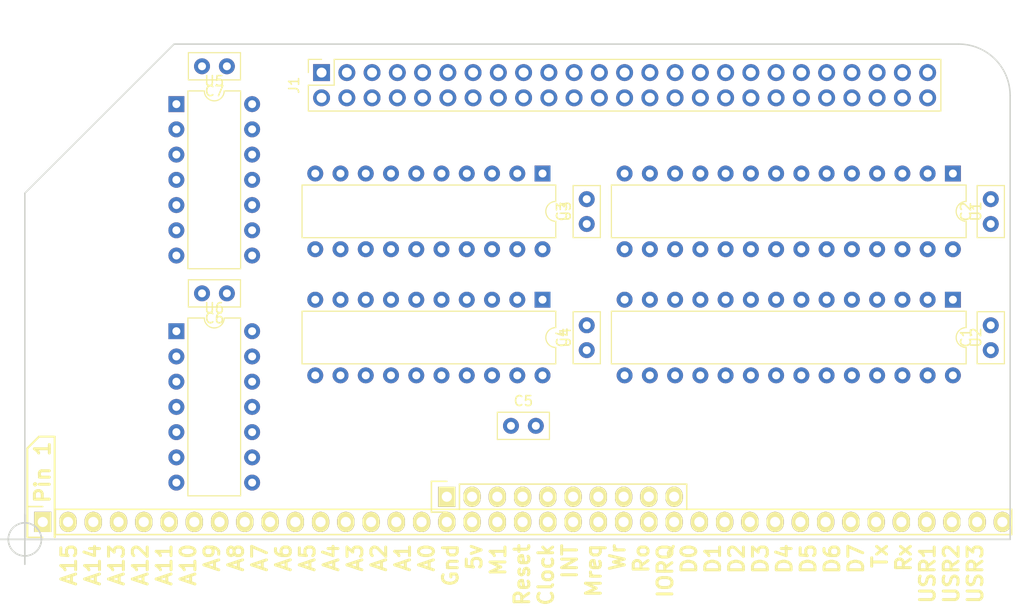
<source format=kicad_pcb>
(kicad_pcb (version 20171130) (host pcbnew 5.1.12-84ad8e8a86~92~ubuntu20.04.1)

  (general
    (thickness 1.6)
    (drawings 16)
    (tracks 0)
    (zones 0)
    (modules 16)
    (nets 57)
  )

  (page A4)
  (layers
    (0 F.Cu signal)
    (31 B.Cu signal)
    (32 B.Adhes user)
    (33 F.Adhes user)
    (34 B.Paste user)
    (35 F.Paste user)
    (36 B.SilkS user)
    (37 F.SilkS user)
    (38 B.Mask user)
    (39 F.Mask user)
    (40 Dwgs.User user)
    (41 Cmts.User user)
    (42 Eco1.User user)
    (43 Eco2.User user)
    (44 Edge.Cuts user)
    (45 Margin user)
    (46 B.CrtYd user)
    (47 F.CrtYd user)
    (48 B.Fab user)
    (49 F.Fab user)
  )

  (setup
    (last_trace_width 0.25)
    (trace_clearance 0.2)
    (zone_clearance 0.508)
    (zone_45_only no)
    (trace_min 0.2)
    (via_size 0.8)
    (via_drill 0.4)
    (via_min_size 0.4)
    (via_min_drill 0.3)
    (uvia_size 0.3)
    (uvia_drill 0.1)
    (uvias_allowed no)
    (uvia_min_size 0.2)
    (uvia_min_drill 0.1)
    (edge_width 0.1)
    (segment_width 0.2)
    (pcb_text_width 0.3)
    (pcb_text_size 1.5 1.5)
    (mod_edge_width 0.15)
    (mod_text_size 1 1)
    (mod_text_width 0.15)
    (pad_size 1.524 1.524)
    (pad_drill 0.762)
    (pad_to_mask_clearance 0)
    (aux_axis_origin 0 0)
    (visible_elements FFFFFF7F)
    (pcbplotparams
      (layerselection 0x010fc_ffffffff)
      (usegerberextensions false)
      (usegerberattributes true)
      (usegerberadvancedattributes true)
      (creategerberjobfile true)
      (excludeedgelayer true)
      (linewidth 0.100000)
      (plotframeref false)
      (viasonmask false)
      (mode 1)
      (useauxorigin false)
      (hpglpennumber 1)
      (hpglpenspeed 20)
      (hpglpendiameter 15.000000)
      (psnegative false)
      (psa4output false)
      (plotreference true)
      (plotvalue true)
      (plotinvisibletext false)
      (padsonsilk false)
      (subtractmaskfromsilk false)
      (outputformat 1)
      (mirror false)
      (drillshape 1)
      (scaleselection 1)
      (outputdirectory ""))
  )

  (net 0 "")
  (net 1 VCC)
  (net 2 GND)
  (net 3 /~PIX-CLK)
  (net 4 /~BLANK)
  (net 5 /~VSR-LD)
  (net 6 "Net-(J1-Pad6)")
  (net 7 /VIDEO)
  (net 8 /MA0)
  (net 9 /AD0)
  (net 10 /MA1)
  (net 11 /AD1)
  (net 12 /MA2)
  (net 13 /AD2)
  (net 14 /MA3)
  (net 15 /AD3)
  (net 16 /MA4)
  (net 17 /AD4)
  (net 18 /MA5)
  (net 19 /AD5)
  (net 20 /MA6)
  (net 21 /AD6)
  (net 22 /MA7)
  (net 23 /AD7)
  (net 24 /MA8)
  (net 25 /AD8)
  (net 26 /MA9)
  (net 27 /AD9)
  (net 28 /MA10)
  (net 29 /AD10)
  (net 30 /MA11)
  (net 31 /AD11)
  (net 32 /MA12)
  (net 33 /AD12)
  (net 34 /MA13)
  (net 35 /AD13)
  (net 36 /MA14)
  (net 37 /AD14)
  (net 38 /MA15)
  (net 39 /AD15)
  (net 40 /Q2)
  (net 41 /~WE)
  (net 42 "Net-(U3-Pad1)")
  (net 43 "Net-(U3-Pad11)")
  (net 44 /PIX-CLK)
  (net 45 "Net-(U3-Pad17)")
  (net 46 /SER-PIX)
  (net 47 "Net-(U3-Pad18)")
  (net 48 "Net-(U4-Pad18)")
  (net 49 "Net-(U4-Pad17)")
  (net 50 "Net-(U4-Pad11)")
  (net 51 "Net-(U5-Pad4)")
  (net 52 "Net-(U5-Pad3)")
  (net 53 "Net-(U6-Pad8)")
  (net 54 "Net-(U6-Pad9)")
  (net 55 "Net-(U6-Pad5)")
  (net 56 "Net-(U6-Pad12)")

  (net_class Default "This is the default net class."
    (clearance 0.2)
    (trace_width 0.25)
    (via_dia 0.8)
    (via_drill 0.4)
    (uvia_dia 0.3)
    (uvia_drill 0.1)
    (add_net /AD0)
    (add_net /AD1)
    (add_net /AD10)
    (add_net /AD11)
    (add_net /AD12)
    (add_net /AD13)
    (add_net /AD14)
    (add_net /AD15)
    (add_net /AD2)
    (add_net /AD3)
    (add_net /AD4)
    (add_net /AD5)
    (add_net /AD6)
    (add_net /AD7)
    (add_net /AD8)
    (add_net /AD9)
    (add_net /MA0)
    (add_net /MA1)
    (add_net /MA10)
    (add_net /MA11)
    (add_net /MA12)
    (add_net /MA13)
    (add_net /MA14)
    (add_net /MA15)
    (add_net /MA2)
    (add_net /MA3)
    (add_net /MA4)
    (add_net /MA5)
    (add_net /MA6)
    (add_net /MA7)
    (add_net /MA8)
    (add_net /MA9)
    (add_net /PIX-CLK)
    (add_net /Q2)
    (add_net /SER-PIX)
    (add_net /VIDEO)
    (add_net /~BLANK)
    (add_net /~PIX-CLK)
    (add_net /~VSR-LD)
    (add_net /~WE)
    (add_net GND)
    (add_net "Net-(J1-Pad6)")
    (add_net "Net-(U3-Pad1)")
    (add_net "Net-(U3-Pad11)")
    (add_net "Net-(U3-Pad17)")
    (add_net "Net-(U3-Pad18)")
    (add_net "Net-(U4-Pad11)")
    (add_net "Net-(U4-Pad17)")
    (add_net "Net-(U4-Pad18)")
    (add_net "Net-(U5-Pad3)")
    (add_net "Net-(U5-Pad4)")
    (add_net "Net-(U6-Pad12)")
    (add_net "Net-(U6-Pad5)")
    (add_net "Net-(U6-Pad8)")
    (add_net "Net-(U6-Pad9)")
    (add_net VCC)
  )

  (module Pin_Headers:Pin_Header_Straight_1x40 locked (layer F.Cu) (tedit 583F5AD1) (tstamp 61DB45BA)
    (at 78.0034 125.2474 90)
    (descr "Through hole pin header")
    (tags "pin header")
    (path /57B2D86C)
    (fp_text reference "" (at 95.2119 16.6624 90) (layer F.SilkS) hide
      (effects (font (size 1 1) (thickness 0.15)))
    )
    (fp_text value "" (at 71.1454 23.5966 90) (layer F.Fab) hide
      (effects (font (size 1 1) (thickness 0.15)))
    )
    (fp_line (start -1.75 -1.75) (end -1.75 97.4598) (layer F.CrtYd) (width 0.05))
    (fp_line (start 1.75 -1.75) (end 1.75 97.4598) (layer F.CrtYd) (width 0.05))
    (fp_line (start -1.75 -1.75) (end 1.75 -1.75) (layer F.CrtYd) (width 0.05))
    (fp_line (start -1.75 97.5226) (end 1.75 97.5226) (layer F.CrtYd) (width 0.05))
    (fp_line (start -1.27 1.27) (end -1.27 97.4598) (layer F.SilkS) (width 0.15))
    (fp_line (start -1.27 97.4598) (end 1.27 97.4598) (layer F.SilkS) (width 0.15))
    (fp_line (start 1.27 97.4598) (end 1.27 1.27) (layer F.SilkS) (width 0.15))
    (fp_line (start 1.55 -1.55) (end 1.55 0) (layer F.SilkS) (width 0.15))
    (fp_line (start 1.27 1.27) (end -1.27 1.27) (layer F.SilkS) (width 0.15))
    (fp_line (start -1.55 0) (end -1.55 -1.55) (layer F.SilkS) (width 0.15))
    (fp_line (start -1.55 -1.55) (end 1.55 -1.55) (layer F.SilkS) (width 0.15))
    (pad 39 thru_hole oval (at 0 96.52 90) (size 2.032 1.7272) (drill 1.016) (layers *.Cu *.Mask F.SilkS))
    (pad 38 thru_hole oval (at 0 93.98 90) (size 2.032 1.7272) (drill 1.016) (layers *.Cu *.Mask F.SilkS))
    (pad 37 thru_hole oval (at 0 91.44 90) (size 2.032 1.7272) (drill 1.016) (layers *.Cu *.Mask F.SilkS))
    (pad 36 thru_hole oval (at 0 88.9 90) (size 2.032 1.7272) (drill 1.016) (layers *.Cu *.Mask F.SilkS))
    (pad 35 thru_hole oval (at 0 86.36 90) (size 2.032 1.7272) (drill 1.016) (layers *.Cu *.Mask F.SilkS))
    (pad 34 thru_hole oval (at 0 83.82 90) (size 2.032 1.7272) (drill 1.016) (layers *.Cu *.Mask F.SilkS))
    (pad 33 thru_hole oval (at 0 81.28 90) (size 2.032 1.7272) (drill 1.016) (layers *.Cu *.Mask F.SilkS))
    (pad 32 thru_hole oval (at 0 78.74 90) (size 2.032 1.7272) (drill 1.016) (layers *.Cu *.Mask F.SilkS))
    (pad 31 thru_hole oval (at 0 76.2 90) (size 2.032 1.7272) (drill 1.016) (layers *.Cu *.Mask F.SilkS))
    (pad 30 thru_hole oval (at 0 73.66 90) (size 2.032 1.7272) (drill 1.016) (layers *.Cu *.Mask F.SilkS))
    (pad 29 thru_hole oval (at 0 71.12 90) (size 2.032 1.7272) (drill 1.016) (layers *.Cu *.Mask F.SilkS))
    (pad 28 thru_hole oval (at 0 68.58 90) (size 2.032 1.7272) (drill 1.016) (layers *.Cu *.Mask F.SilkS))
    (pad 27 thru_hole oval (at 0 66.04 90) (size 2.032 1.7272) (drill 1.016) (layers *.Cu *.Mask F.SilkS))
    (pad 26 thru_hole oval (at 0 63.5 90) (size 2.032 1.7272) (drill 1.016) (layers *.Cu *.Mask F.SilkS))
    (pad 25 thru_hole oval (at 0 60.96 90) (size 2.032 1.7272) (drill 1.016) (layers *.Cu *.Mask F.SilkS))
    (pad 24 thru_hole oval (at 0 58.42 90) (size 2.032 1.7272) (drill 1.016) (layers *.Cu *.Mask F.SilkS))
    (pad 23 thru_hole oval (at 0 55.88 90) (size 2.032 1.7272) (drill 1.016) (layers *.Cu *.Mask F.SilkS))
    (pad 22 thru_hole oval (at 0 53.34 90) (size 2.032 1.7272) (drill 1.016) (layers *.Cu *.Mask F.SilkS))
    (pad 21 thru_hole oval (at 0 50.8 90) (size 2.032 1.7272) (drill 1.016) (layers *.Cu *.Mask F.SilkS))
    (pad 20 thru_hole oval (at 0 48.26 90) (size 2.032 1.7272) (drill 1.016) (layers *.Cu *.Mask F.SilkS))
    (pad 19 thru_hole oval (at 0 45.72 90) (size 2.032 1.7272) (drill 1.016) (layers *.Cu *.Mask F.SilkS))
    (pad 18 thru_hole oval (at 0 43.18 90) (size 2.032 1.7272) (drill 1.016) (layers *.Cu *.Mask F.SilkS))
    (pad 17 thru_hole oval (at 0 40.64 90) (size 2.032 1.7272) (drill 1.016) (layers *.Cu *.Mask F.SilkS))
    (pad 16 thru_hole oval (at 0 38.1 90) (size 2.032 1.7272) (drill 1.016) (layers *.Cu *.Mask F.SilkS))
    (pad 15 thru_hole oval (at 0 35.56 90) (size 2.032 1.7272) (drill 1.016) (layers *.Cu *.Mask F.SilkS))
    (pad 14 thru_hole oval (at 0 33.02 90) (size 2.032 1.7272) (drill 1.016) (layers *.Cu *.Mask F.SilkS))
    (pad 13 thru_hole oval (at 0 30.48 90) (size 2.032 1.7272) (drill 1.016) (layers *.Cu *.Mask F.SilkS))
    (pad 12 thru_hole oval (at 0 27.94 90) (size 2.032 1.7272) (drill 1.016) (layers *.Cu *.Mask F.SilkS))
    (pad 11 thru_hole oval (at 0 25.4 90) (size 2.032 1.7272) (drill 1.016) (layers *.Cu *.Mask F.SilkS))
    (pad 10 thru_hole oval (at 0 22.86 90) (size 2.032 1.7272) (drill 1.016) (layers *.Cu *.Mask F.SilkS))
    (pad 9 thru_hole oval (at 0 20.32 90) (size 2.032 1.7272) (drill 1.016) (layers *.Cu *.Mask F.SilkS))
    (pad 8 thru_hole oval (at 0 17.78 90) (size 2.032 1.7272) (drill 1.016) (layers *.Cu *.Mask F.SilkS))
    (pad 7 thru_hole oval (at 0 15.24 90) (size 2.032 1.7272) (drill 1.016) (layers *.Cu *.Mask F.SilkS))
    (pad 6 thru_hole oval (at 0 12.7 90) (size 2.032 1.7272) (drill 1.016) (layers *.Cu *.Mask F.SilkS))
    (pad 5 thru_hole oval (at 0 10.16 90) (size 2.032 1.7272) (drill 1.016) (layers *.Cu *.Mask F.SilkS))
    (pad 4 thru_hole oval (at 0 7.62 90) (size 2.032 1.7272) (drill 1.016) (layers *.Cu *.Mask F.SilkS))
    (pad 3 thru_hole oval (at 0 5.08 90) (size 2.032 1.7272) (drill 1.016) (layers *.Cu *.Mask F.SilkS))
    (pad 2 thru_hole oval (at 0 2.54 90) (size 2.032 1.7272) (drill 1.016) (layers *.Cu *.Mask F.SilkS))
    (pad 1 thru_hole rect (at 0 0 90) (size 2.032 1.7272) (drill 1.016) (layers *.Cu *.Mask F.SilkS))
    (model Pin_Headers.3dshapes/Pin_Header_Straight_1x40.wrl
      (offset (xyz 0 -49.52999925613403 0))
      (scale (xyz 1 1 1))
      (rotate (xyz 0 0 90))
    )
  )

  (module Pin_Headers:Pin_Header_Straight_1x10 locked (layer F.Cu) (tedit 583F5AE3) (tstamp 61DB459E)
    (at 118.6434 122.7074 90)
    (descr "Through hole pin header")
    (tags "pin header")
    (path /57B2E338)
    (fp_text reference "" (at 81.5594 24.4094 90) (layer F.SilkS) hide
      (effects (font (size 1 1) (thickness 0.15)))
    )
    (fp_text value "" (at 70.5866 12.8524 90) (layer F.Fab) hide
      (effects (font (size 1 1) (thickness 0.15)))
    )
    (fp_line (start -1.75 -1.75) (end -1.75 24.65) (layer F.CrtYd) (width 0.05))
    (fp_line (start 1.75 -1.75) (end 1.75 24.65) (layer F.CrtYd) (width 0.05))
    (fp_line (start -1.75 -1.75) (end 1.75 -1.75) (layer F.CrtYd) (width 0.05))
    (fp_line (start -1.75 24.65) (end 1.75 24.65) (layer F.CrtYd) (width 0.05))
    (fp_line (start 1.27 1.27) (end 1.27 24.13) (layer F.SilkS) (width 0.15))
    (fp_line (start 1.27 24.13) (end -1.27 24.13) (layer F.SilkS) (width 0.15))
    (fp_line (start -1.27 24.13) (end -1.27 1.27) (layer F.SilkS) (width 0.15))
    (fp_line (start 1.55 -1.55) (end 1.55 0) (layer F.SilkS) (width 0.15))
    (fp_line (start 1.27 1.27) (end -1.27 1.27) (layer F.SilkS) (width 0.15))
    (fp_line (start -1.55 0) (end -1.55 -1.55) (layer F.SilkS) (width 0.15))
    (fp_line (start -1.55 -1.55) (end 1.55 -1.55) (layer F.SilkS) (width 0.15))
    (pad 10 thru_hole oval (at 0 22.86 90) (size 2.032 1.7272) (drill 1.016) (layers *.Cu *.Mask F.SilkS))
    (pad 9 thru_hole oval (at 0 20.32 90) (size 2.032 1.7272) (drill 1.016) (layers *.Cu *.Mask F.SilkS))
    (pad 8 thru_hole oval (at 0 17.78 90) (size 2.032 1.7272) (drill 1.016) (layers *.Cu *.Mask F.SilkS))
    (pad 7 thru_hole oval (at 0 15.24 90) (size 2.032 1.7272) (drill 1.016) (layers *.Cu *.Mask F.SilkS))
    (pad 6 thru_hole oval (at 0 12.7 90) (size 2.032 1.7272) (drill 1.016) (layers *.Cu *.Mask F.SilkS))
    (pad 5 thru_hole oval (at 0 10.16 90) (size 2.032 1.7272) (drill 1.016) (layers *.Cu *.Mask F.SilkS))
    (pad 4 thru_hole oval (at 0 7.62 90) (size 2.032 1.7272) (drill 1.016) (layers *.Cu *.Mask F.SilkS))
    (pad 3 thru_hole oval (at 0 5.08 90) (size 2.032 1.7272) (drill 1.016) (layers *.Cu *.Mask F.SilkS))
    (pad 2 thru_hole oval (at 0 2.54 90) (size 2.032 1.7272) (drill 1.016) (layers *.Cu *.Mask F.SilkS))
    (pad 1 thru_hole rect (at 0 0 90) (size 2.032 1.7272) (drill 1.016) (layers *.Cu *.Mask F.SilkS))
    (model Pin_Headers.3dshapes/Pin_Header_Straight_1x10.wrl
      (offset (xyz 0 -11.42999982833862 0))
      (scale (xyz 1 1 1))
      (rotate (xyz 0 0 90))
    )
  )

  (module Capacitor_THT:C_Disc_D5.0mm_W2.5mm_P2.50mm (layer F.Cu) (tedit 5AE50EF0) (tstamp 61DB554D)
    (at 173.355 107.95 90)
    (descr "C, Disc series, Radial, pin pitch=2.50mm, , diameter*width=5*2.5mm^2, Capacitor, http://cdn-reichelt.de/documents/datenblatt/B300/DS_KERKO_TC.pdf")
    (tags "C Disc series Radial pin pitch 2.50mm  diameter 5mm width 2.5mm Capacitor")
    (path /61EF07EF)
    (fp_text reference C1 (at 1.25 -2.5 90) (layer F.SilkS)
      (effects (font (size 1 1) (thickness 0.15)))
    )
    (fp_text value 0.1uF (at 1.25 2.5 90) (layer F.Fab)
      (effects (font (size 1 1) (thickness 0.15)))
    )
    (fp_line (start 4 -1.5) (end -1.5 -1.5) (layer F.CrtYd) (width 0.05))
    (fp_line (start 4 1.5) (end 4 -1.5) (layer F.CrtYd) (width 0.05))
    (fp_line (start -1.5 1.5) (end 4 1.5) (layer F.CrtYd) (width 0.05))
    (fp_line (start -1.5 -1.5) (end -1.5 1.5) (layer F.CrtYd) (width 0.05))
    (fp_line (start 3.87 -1.37) (end 3.87 1.37) (layer F.SilkS) (width 0.12))
    (fp_line (start -1.37 -1.37) (end -1.37 1.37) (layer F.SilkS) (width 0.12))
    (fp_line (start -1.37 1.37) (end 3.87 1.37) (layer F.SilkS) (width 0.12))
    (fp_line (start -1.37 -1.37) (end 3.87 -1.37) (layer F.SilkS) (width 0.12))
    (fp_line (start 3.75 -1.25) (end -1.25 -1.25) (layer F.Fab) (width 0.1))
    (fp_line (start 3.75 1.25) (end 3.75 -1.25) (layer F.Fab) (width 0.1))
    (fp_line (start -1.25 1.25) (end 3.75 1.25) (layer F.Fab) (width 0.1))
    (fp_line (start -1.25 -1.25) (end -1.25 1.25) (layer F.Fab) (width 0.1))
    (fp_text user %R (at 1.25 0 90) (layer F.Fab)
      (effects (font (size 1 1) (thickness 0.15)))
    )
    (pad 1 thru_hole circle (at 0 0 90) (size 1.6 1.6) (drill 0.8) (layers *.Cu *.Mask)
      (net 1 VCC))
    (pad 2 thru_hole circle (at 2.5 0 90) (size 1.6 1.6) (drill 0.8) (layers *.Cu *.Mask)
      (net 2 GND))
    (model ${KISYS3DMOD}/Capacitor_THT.3dshapes/C_Disc_D5.0mm_W2.5mm_P2.50mm.wrl
      (at (xyz 0 0 0))
      (scale (xyz 1 1 1))
      (rotate (xyz 0 0 0))
    )
  )

  (module Capacitor_THT:C_Disc_D5.0mm_W2.5mm_P2.50mm (layer F.Cu) (tedit 5AE50EF0) (tstamp 61DB4BB3)
    (at 173.355 95.25 90)
    (descr "C, Disc series, Radial, pin pitch=2.50mm, , diameter*width=5*2.5mm^2, Capacitor, http://cdn-reichelt.de/documents/datenblatt/B300/DS_KERKO_TC.pdf")
    (tags "C Disc series Radial pin pitch 2.50mm  diameter 5mm width 2.5mm Capacitor")
    (path /61EF14D0)
    (fp_text reference C2 (at 1.25 -2.5 90) (layer F.SilkS)
      (effects (font (size 1 1) (thickness 0.15)))
    )
    (fp_text value 0.1uF (at 1.25 2.5 90) (layer F.Fab)
      (effects (font (size 1 1) (thickness 0.15)))
    )
    (fp_line (start -1.25 -1.25) (end -1.25 1.25) (layer F.Fab) (width 0.1))
    (fp_line (start -1.25 1.25) (end 3.75 1.25) (layer F.Fab) (width 0.1))
    (fp_line (start 3.75 1.25) (end 3.75 -1.25) (layer F.Fab) (width 0.1))
    (fp_line (start 3.75 -1.25) (end -1.25 -1.25) (layer F.Fab) (width 0.1))
    (fp_line (start -1.37 -1.37) (end 3.87 -1.37) (layer F.SilkS) (width 0.12))
    (fp_line (start -1.37 1.37) (end 3.87 1.37) (layer F.SilkS) (width 0.12))
    (fp_line (start -1.37 -1.37) (end -1.37 1.37) (layer F.SilkS) (width 0.12))
    (fp_line (start 3.87 -1.37) (end 3.87 1.37) (layer F.SilkS) (width 0.12))
    (fp_line (start -1.5 -1.5) (end -1.5 1.5) (layer F.CrtYd) (width 0.05))
    (fp_line (start -1.5 1.5) (end 4 1.5) (layer F.CrtYd) (width 0.05))
    (fp_line (start 4 1.5) (end 4 -1.5) (layer F.CrtYd) (width 0.05))
    (fp_line (start 4 -1.5) (end -1.5 -1.5) (layer F.CrtYd) (width 0.05))
    (fp_text user %R (at 1.25 0 90) (layer F.Fab)
      (effects (font (size 1 1) (thickness 0.15)))
    )
    (pad 2 thru_hole circle (at 2.5 0 90) (size 1.6 1.6) (drill 0.8) (layers *.Cu *.Mask)
      (net 2 GND))
    (pad 1 thru_hole circle (at 0 0 90) (size 1.6 1.6) (drill 0.8) (layers *.Cu *.Mask)
      (net 1 VCC))
    (model ${KISYS3DMOD}/Capacitor_THT.3dshapes/C_Disc_D5.0mm_W2.5mm_P2.50mm.wrl
      (at (xyz 0 0 0))
      (scale (xyz 1 1 1))
      (rotate (xyz 0 0 0))
    )
  )

  (module Capacitor_THT:C_Disc_D5.0mm_W2.5mm_P2.50mm (layer F.Cu) (tedit 5AE50EF0) (tstamp 61DB4BC6)
    (at 132.715 95.25 90)
    (descr "C, Disc series, Radial, pin pitch=2.50mm, , diameter*width=5*2.5mm^2, Capacitor, http://cdn-reichelt.de/documents/datenblatt/B300/DS_KERKO_TC.pdf")
    (tags "C Disc series Radial pin pitch 2.50mm  diameter 5mm width 2.5mm Capacitor")
    (path /61EF1748)
    (fp_text reference C3 (at 1.25 -2.5 90) (layer F.SilkS)
      (effects (font (size 1 1) (thickness 0.15)))
    )
    (fp_text value 0.1uF (at 1.25 2.5 90) (layer F.Fab)
      (effects (font (size 1 1) (thickness 0.15)))
    )
    (fp_line (start 4 -1.5) (end -1.5 -1.5) (layer F.CrtYd) (width 0.05))
    (fp_line (start 4 1.5) (end 4 -1.5) (layer F.CrtYd) (width 0.05))
    (fp_line (start -1.5 1.5) (end 4 1.5) (layer F.CrtYd) (width 0.05))
    (fp_line (start -1.5 -1.5) (end -1.5 1.5) (layer F.CrtYd) (width 0.05))
    (fp_line (start 3.87 -1.37) (end 3.87 1.37) (layer F.SilkS) (width 0.12))
    (fp_line (start -1.37 -1.37) (end -1.37 1.37) (layer F.SilkS) (width 0.12))
    (fp_line (start -1.37 1.37) (end 3.87 1.37) (layer F.SilkS) (width 0.12))
    (fp_line (start -1.37 -1.37) (end 3.87 -1.37) (layer F.SilkS) (width 0.12))
    (fp_line (start 3.75 -1.25) (end -1.25 -1.25) (layer F.Fab) (width 0.1))
    (fp_line (start 3.75 1.25) (end 3.75 -1.25) (layer F.Fab) (width 0.1))
    (fp_line (start -1.25 1.25) (end 3.75 1.25) (layer F.Fab) (width 0.1))
    (fp_line (start -1.25 -1.25) (end -1.25 1.25) (layer F.Fab) (width 0.1))
    (fp_text user %R (at 1.25 0 90) (layer F.Fab)
      (effects (font (size 1 1) (thickness 0.15)))
    )
    (pad 1 thru_hole circle (at 0 0 90) (size 1.6 1.6) (drill 0.8) (layers *.Cu *.Mask)
      (net 1 VCC))
    (pad 2 thru_hole circle (at 2.5 0 90) (size 1.6 1.6) (drill 0.8) (layers *.Cu *.Mask)
      (net 2 GND))
    (model ${KISYS3DMOD}/Capacitor_THT.3dshapes/C_Disc_D5.0mm_W2.5mm_P2.50mm.wrl
      (at (xyz 0 0 0))
      (scale (xyz 1 1 1))
      (rotate (xyz 0 0 0))
    )
  )

  (module Capacitor_THT:C_Disc_D5.0mm_W2.5mm_P2.50mm (layer F.Cu) (tedit 5AE50EF0) (tstamp 61DB4BD9)
    (at 132.715 107.95 90)
    (descr "C, Disc series, Radial, pin pitch=2.50mm, , diameter*width=5*2.5mm^2, Capacitor, http://cdn-reichelt.de/documents/datenblatt/B300/DS_KERKO_TC.pdf")
    (tags "C Disc series Radial pin pitch 2.50mm  diameter 5mm width 2.5mm Capacitor")
    (path /61EF1932)
    (fp_text reference C4 (at 1.25 -2.5 90) (layer F.SilkS)
      (effects (font (size 1 1) (thickness 0.15)))
    )
    (fp_text value 0.1uF (at 1.25 2.5 90) (layer F.Fab)
      (effects (font (size 1 1) (thickness 0.15)))
    )
    (fp_line (start -1.25 -1.25) (end -1.25 1.25) (layer F.Fab) (width 0.1))
    (fp_line (start -1.25 1.25) (end 3.75 1.25) (layer F.Fab) (width 0.1))
    (fp_line (start 3.75 1.25) (end 3.75 -1.25) (layer F.Fab) (width 0.1))
    (fp_line (start 3.75 -1.25) (end -1.25 -1.25) (layer F.Fab) (width 0.1))
    (fp_line (start -1.37 -1.37) (end 3.87 -1.37) (layer F.SilkS) (width 0.12))
    (fp_line (start -1.37 1.37) (end 3.87 1.37) (layer F.SilkS) (width 0.12))
    (fp_line (start -1.37 -1.37) (end -1.37 1.37) (layer F.SilkS) (width 0.12))
    (fp_line (start 3.87 -1.37) (end 3.87 1.37) (layer F.SilkS) (width 0.12))
    (fp_line (start -1.5 -1.5) (end -1.5 1.5) (layer F.CrtYd) (width 0.05))
    (fp_line (start -1.5 1.5) (end 4 1.5) (layer F.CrtYd) (width 0.05))
    (fp_line (start 4 1.5) (end 4 -1.5) (layer F.CrtYd) (width 0.05))
    (fp_line (start 4 -1.5) (end -1.5 -1.5) (layer F.CrtYd) (width 0.05))
    (fp_text user %R (at 1.25 0 90) (layer F.Fab)
      (effects (font (size 1 1) (thickness 0.15)))
    )
    (pad 2 thru_hole circle (at 2.5 0 90) (size 1.6 1.6) (drill 0.8) (layers *.Cu *.Mask)
      (net 2 GND))
    (pad 1 thru_hole circle (at 0 0 90) (size 1.6 1.6) (drill 0.8) (layers *.Cu *.Mask)
      (net 1 VCC))
    (model ${KISYS3DMOD}/Capacitor_THT.3dshapes/C_Disc_D5.0mm_W2.5mm_P2.50mm.wrl
      (at (xyz 0 0 0))
      (scale (xyz 1 1 1))
      (rotate (xyz 0 0 0))
    )
  )

  (module Capacitor_THT:C_Disc_D5.0mm_W2.5mm_P2.50mm (layer F.Cu) (tedit 5AE50EF0) (tstamp 61DB4BEC)
    (at 125.095 115.57)
    (descr "C, Disc series, Radial, pin pitch=2.50mm, , diameter*width=5*2.5mm^2, Capacitor, http://cdn-reichelt.de/documents/datenblatt/B300/DS_KERKO_TC.pdf")
    (tags "C Disc series Radial pin pitch 2.50mm  diameter 5mm width 2.5mm Capacitor")
    (path /61EF1AF5)
    (fp_text reference C5 (at 1.25 -2.5) (layer F.SilkS)
      (effects (font (size 1 1) (thickness 0.15)))
    )
    (fp_text value 0.1uF (at 1.25 2.5) (layer F.Fab)
      (effects (font (size 1 1) (thickness 0.15)))
    )
    (fp_line (start 4 -1.5) (end -1.5 -1.5) (layer F.CrtYd) (width 0.05))
    (fp_line (start 4 1.5) (end 4 -1.5) (layer F.CrtYd) (width 0.05))
    (fp_line (start -1.5 1.5) (end 4 1.5) (layer F.CrtYd) (width 0.05))
    (fp_line (start -1.5 -1.5) (end -1.5 1.5) (layer F.CrtYd) (width 0.05))
    (fp_line (start 3.87 -1.37) (end 3.87 1.37) (layer F.SilkS) (width 0.12))
    (fp_line (start -1.37 -1.37) (end -1.37 1.37) (layer F.SilkS) (width 0.12))
    (fp_line (start -1.37 1.37) (end 3.87 1.37) (layer F.SilkS) (width 0.12))
    (fp_line (start -1.37 -1.37) (end 3.87 -1.37) (layer F.SilkS) (width 0.12))
    (fp_line (start 3.75 -1.25) (end -1.25 -1.25) (layer F.Fab) (width 0.1))
    (fp_line (start 3.75 1.25) (end 3.75 -1.25) (layer F.Fab) (width 0.1))
    (fp_line (start -1.25 1.25) (end 3.75 1.25) (layer F.Fab) (width 0.1))
    (fp_line (start -1.25 -1.25) (end -1.25 1.25) (layer F.Fab) (width 0.1))
    (fp_text user %R (at 1.25 0) (layer F.Fab)
      (effects (font (size 1 1) (thickness 0.15)))
    )
    (pad 1 thru_hole circle (at 0 0) (size 1.6 1.6) (drill 0.8) (layers *.Cu *.Mask)
      (net 1 VCC))
    (pad 2 thru_hole circle (at 2.5 0) (size 1.6 1.6) (drill 0.8) (layers *.Cu *.Mask)
      (net 2 GND))
    (model ${KISYS3DMOD}/Capacitor_THT.3dshapes/C_Disc_D5.0mm_W2.5mm_P2.50mm.wrl
      (at (xyz 0 0 0))
      (scale (xyz 1 1 1))
      (rotate (xyz 0 0 0))
    )
  )

  (module Capacitor_THT:C_Disc_D5.0mm_W2.5mm_P2.50mm (layer F.Cu) (tedit 5AE50EF0) (tstamp 61DB4BFF)
    (at 96.52 102.235 180)
    (descr "C, Disc series, Radial, pin pitch=2.50mm, , diameter*width=5*2.5mm^2, Capacitor, http://cdn-reichelt.de/documents/datenblatt/B300/DS_KERKO_TC.pdf")
    (tags "C Disc series Radial pin pitch 2.50mm  diameter 5mm width 2.5mm Capacitor")
    (path /61F062D1)
    (fp_text reference C6 (at 1.25 -2.5) (layer F.SilkS)
      (effects (font (size 1 1) (thickness 0.15)))
    )
    (fp_text value 0.1uF (at 1.25 2.5) (layer F.Fab)
      (effects (font (size 1 1) (thickness 0.15)))
    )
    (fp_line (start -1.25 -1.25) (end -1.25 1.25) (layer F.Fab) (width 0.1))
    (fp_line (start -1.25 1.25) (end 3.75 1.25) (layer F.Fab) (width 0.1))
    (fp_line (start 3.75 1.25) (end 3.75 -1.25) (layer F.Fab) (width 0.1))
    (fp_line (start 3.75 -1.25) (end -1.25 -1.25) (layer F.Fab) (width 0.1))
    (fp_line (start -1.37 -1.37) (end 3.87 -1.37) (layer F.SilkS) (width 0.12))
    (fp_line (start -1.37 1.37) (end 3.87 1.37) (layer F.SilkS) (width 0.12))
    (fp_line (start -1.37 -1.37) (end -1.37 1.37) (layer F.SilkS) (width 0.12))
    (fp_line (start 3.87 -1.37) (end 3.87 1.37) (layer F.SilkS) (width 0.12))
    (fp_line (start -1.5 -1.5) (end -1.5 1.5) (layer F.CrtYd) (width 0.05))
    (fp_line (start -1.5 1.5) (end 4 1.5) (layer F.CrtYd) (width 0.05))
    (fp_line (start 4 1.5) (end 4 -1.5) (layer F.CrtYd) (width 0.05))
    (fp_line (start 4 -1.5) (end -1.5 -1.5) (layer F.CrtYd) (width 0.05))
    (fp_text user %R (at 1.25 0) (layer F.Fab)
      (effects (font (size 1 1) (thickness 0.15)))
    )
    (pad 2 thru_hole circle (at 2.5 0 180) (size 1.6 1.6) (drill 0.8) (layers *.Cu *.Mask)
      (net 2 GND))
    (pad 1 thru_hole circle (at 0 0 180) (size 1.6 1.6) (drill 0.8) (layers *.Cu *.Mask)
      (net 1 VCC))
    (model ${KISYS3DMOD}/Capacitor_THT.3dshapes/C_Disc_D5.0mm_W2.5mm_P2.50mm.wrl
      (at (xyz 0 0 0))
      (scale (xyz 1 1 1))
      (rotate (xyz 0 0 0))
    )
  )

  (module Capacitor_THT:C_Disc_D5.0mm_W2.5mm_P2.50mm (layer F.Cu) (tedit 5AE50EF0) (tstamp 61DB5895)
    (at 96.52 79.375 180)
    (descr "C, Disc series, Radial, pin pitch=2.50mm, , diameter*width=5*2.5mm^2, Capacitor, http://cdn-reichelt.de/documents/datenblatt/B300/DS_KERKO_TC.pdf")
    (tags "C Disc series Radial pin pitch 2.50mm  diameter 5mm width 2.5mm Capacitor")
    (path /61F06F89)
    (fp_text reference C7 (at 1.25 -2.5) (layer F.SilkS)
      (effects (font (size 1 1) (thickness 0.15)))
    )
    (fp_text value 0.1uF (at 1.25 2.5) (layer F.Fab)
      (effects (font (size 1 1) (thickness 0.15)))
    )
    (fp_line (start 4 -1.5) (end -1.5 -1.5) (layer F.CrtYd) (width 0.05))
    (fp_line (start 4 1.5) (end 4 -1.5) (layer F.CrtYd) (width 0.05))
    (fp_line (start -1.5 1.5) (end 4 1.5) (layer F.CrtYd) (width 0.05))
    (fp_line (start -1.5 -1.5) (end -1.5 1.5) (layer F.CrtYd) (width 0.05))
    (fp_line (start 3.87 -1.37) (end 3.87 1.37) (layer F.SilkS) (width 0.12))
    (fp_line (start -1.37 -1.37) (end -1.37 1.37) (layer F.SilkS) (width 0.12))
    (fp_line (start -1.37 1.37) (end 3.87 1.37) (layer F.SilkS) (width 0.12))
    (fp_line (start -1.37 -1.37) (end 3.87 -1.37) (layer F.SilkS) (width 0.12))
    (fp_line (start 3.75 -1.25) (end -1.25 -1.25) (layer F.Fab) (width 0.1))
    (fp_line (start 3.75 1.25) (end 3.75 -1.25) (layer F.Fab) (width 0.1))
    (fp_line (start -1.25 1.25) (end 3.75 1.25) (layer F.Fab) (width 0.1))
    (fp_line (start -1.25 -1.25) (end -1.25 1.25) (layer F.Fab) (width 0.1))
    (fp_text user %R (at 1.25 0) (layer F.Fab)
      (effects (font (size 1 1) (thickness 0.15)))
    )
    (pad 1 thru_hole circle (at 0 0 180) (size 1.6 1.6) (drill 0.8) (layers *.Cu *.Mask)
      (net 1 VCC))
    (pad 2 thru_hole circle (at 2.5 0 180) (size 1.6 1.6) (drill 0.8) (layers *.Cu *.Mask)
      (net 2 GND))
    (model ${KISYS3DMOD}/Capacitor_THT.3dshapes/C_Disc_D5.0mm_W2.5mm_P2.50mm.wrl
      (at (xyz 0 0 0))
      (scale (xyz 1 1 1))
      (rotate (xyz 0 0 0))
    )
  )

  (module Connector_PinSocket_2.54mm:PinSocket_2x25_P2.54mm_Vertical (layer F.Cu) (tedit 5A19A421) (tstamp 61DB4A54)
    (at 106.045 80.01 90)
    (descr "Through hole straight socket strip, 2x25, 2.54mm pitch, double cols (from Kicad 4.0.7), script generated")
    (tags "Through hole socket strip THT 2x25 2.54mm double row")
    (path /61E4B4FE)
    (fp_text reference J1 (at -1.27 -2.77 90) (layer F.SilkS)
      (effects (font (size 1 1) (thickness 0.15)))
    )
    (fp_text value Conn_02x25_Odd_Even (at -1.27 63.73 90) (layer F.Fab)
      (effects (font (size 1 1) (thickness 0.15)))
    )
    (fp_line (start -4.34 62.7) (end -4.34 -1.8) (layer F.CrtYd) (width 0.05))
    (fp_line (start 1.76 62.7) (end -4.34 62.7) (layer F.CrtYd) (width 0.05))
    (fp_line (start 1.76 -1.8) (end 1.76 62.7) (layer F.CrtYd) (width 0.05))
    (fp_line (start -4.34 -1.8) (end 1.76 -1.8) (layer F.CrtYd) (width 0.05))
    (fp_line (start 0 -1.33) (end 1.33 -1.33) (layer F.SilkS) (width 0.12))
    (fp_line (start 1.33 -1.33) (end 1.33 0) (layer F.SilkS) (width 0.12))
    (fp_line (start -1.27 -1.33) (end -1.27 1.27) (layer F.SilkS) (width 0.12))
    (fp_line (start -1.27 1.27) (end 1.33 1.27) (layer F.SilkS) (width 0.12))
    (fp_line (start 1.33 1.27) (end 1.33 62.29) (layer F.SilkS) (width 0.12))
    (fp_line (start -3.87 62.29) (end 1.33 62.29) (layer F.SilkS) (width 0.12))
    (fp_line (start -3.87 -1.33) (end -3.87 62.29) (layer F.SilkS) (width 0.12))
    (fp_line (start -3.87 -1.33) (end -1.27 -1.33) (layer F.SilkS) (width 0.12))
    (fp_line (start -3.81 62.23) (end -3.81 -1.27) (layer F.Fab) (width 0.1))
    (fp_line (start 1.27 62.23) (end -3.81 62.23) (layer F.Fab) (width 0.1))
    (fp_line (start 1.27 -0.27) (end 1.27 62.23) (layer F.Fab) (width 0.1))
    (fp_line (start 0.27 -1.27) (end 1.27 -0.27) (layer F.Fab) (width 0.1))
    (fp_line (start -3.81 -1.27) (end 0.27 -1.27) (layer F.Fab) (width 0.1))
    (fp_text user %R (at -1.27 30.48) (layer F.Fab)
      (effects (font (size 1 1) (thickness 0.15)))
    )
    (pad 1 thru_hole rect (at 0 0 90) (size 1.7 1.7) (drill 1) (layers *.Cu *.Mask)
      (net 3 /~PIX-CLK))
    (pad 2 thru_hole oval (at -2.54 0 90) (size 1.7 1.7) (drill 1) (layers *.Cu *.Mask)
      (net 4 /~BLANK))
    (pad 3 thru_hole oval (at 0 2.54 90) (size 1.7 1.7) (drill 1) (layers *.Cu *.Mask)
      (net 1 VCC))
    (pad 4 thru_hole oval (at -2.54 2.54 90) (size 1.7 1.7) (drill 1) (layers *.Cu *.Mask)
      (net 1 VCC))
    (pad 5 thru_hole oval (at 0 5.08 90) (size 1.7 1.7) (drill 1) (layers *.Cu *.Mask)
      (net 5 /~VSR-LD))
    (pad 6 thru_hole oval (at -2.54 5.08 90) (size 1.7 1.7) (drill 1) (layers *.Cu *.Mask)
      (net 6 "Net-(J1-Pad6)"))
    (pad 7 thru_hole oval (at 0 7.62 90) (size 1.7 1.7) (drill 1) (layers *.Cu *.Mask)
      (net 2 GND))
    (pad 8 thru_hole oval (at -2.54 7.62 90) (size 1.7 1.7) (drill 1) (layers *.Cu *.Mask)
      (net 2 GND))
    (pad 9 thru_hole oval (at 0 10.16 90) (size 1.7 1.7) (drill 1) (layers *.Cu *.Mask)
      (net 2 GND))
    (pad 10 thru_hole oval (at -2.54 10.16 90) (size 1.7 1.7) (drill 1) (layers *.Cu *.Mask)
      (net 7 /VIDEO))
    (pad 11 thru_hole oval (at 0 12.7 90) (size 1.7 1.7) (drill 1) (layers *.Cu *.Mask)
      (net 2 GND))
    (pad 12 thru_hole oval (at -2.54 12.7 90) (size 1.7 1.7) (drill 1) (layers *.Cu *.Mask)
      (net 2 GND))
    (pad 13 thru_hole oval (at 0 15.24 90) (size 1.7 1.7) (drill 1) (layers *.Cu *.Mask)
      (net 8 /MA0))
    (pad 14 thru_hole oval (at -2.54 15.24 90) (size 1.7 1.7) (drill 1) (layers *.Cu *.Mask)
      (net 9 /AD0))
    (pad 15 thru_hole oval (at 0 17.78 90) (size 1.7 1.7) (drill 1) (layers *.Cu *.Mask)
      (net 10 /MA1))
    (pad 16 thru_hole oval (at -2.54 17.78 90) (size 1.7 1.7) (drill 1) (layers *.Cu *.Mask)
      (net 11 /AD1))
    (pad 17 thru_hole oval (at 0 20.32 90) (size 1.7 1.7) (drill 1) (layers *.Cu *.Mask)
      (net 12 /MA2))
    (pad 18 thru_hole oval (at -2.54 20.32 90) (size 1.7 1.7) (drill 1) (layers *.Cu *.Mask)
      (net 13 /AD2))
    (pad 19 thru_hole oval (at 0 22.86 90) (size 1.7 1.7) (drill 1) (layers *.Cu *.Mask)
      (net 14 /MA3))
    (pad 20 thru_hole oval (at -2.54 22.86 90) (size 1.7 1.7) (drill 1) (layers *.Cu *.Mask)
      (net 15 /AD3))
    (pad 21 thru_hole oval (at 0 25.4 90) (size 1.7 1.7) (drill 1) (layers *.Cu *.Mask)
      (net 16 /MA4))
    (pad 22 thru_hole oval (at -2.54 25.4 90) (size 1.7 1.7) (drill 1) (layers *.Cu *.Mask)
      (net 17 /AD4))
    (pad 23 thru_hole oval (at 0 27.94 90) (size 1.7 1.7) (drill 1) (layers *.Cu *.Mask)
      (net 18 /MA5))
    (pad 24 thru_hole oval (at -2.54 27.94 90) (size 1.7 1.7) (drill 1) (layers *.Cu *.Mask)
      (net 19 /AD5))
    (pad 25 thru_hole oval (at 0 30.48 90) (size 1.7 1.7) (drill 1) (layers *.Cu *.Mask)
      (net 20 /MA6))
    (pad 26 thru_hole oval (at -2.54 30.48 90) (size 1.7 1.7) (drill 1) (layers *.Cu *.Mask)
      (net 21 /AD6))
    (pad 27 thru_hole oval (at 0 33.02 90) (size 1.7 1.7) (drill 1) (layers *.Cu *.Mask)
      (net 22 /MA7))
    (pad 28 thru_hole oval (at -2.54 33.02 90) (size 1.7 1.7) (drill 1) (layers *.Cu *.Mask)
      (net 23 /AD7))
    (pad 29 thru_hole oval (at 0 35.56 90) (size 1.7 1.7) (drill 1) (layers *.Cu *.Mask)
      (net 2 GND))
    (pad 30 thru_hole oval (at -2.54 35.56 90) (size 1.7 1.7) (drill 1) (layers *.Cu *.Mask)
      (net 2 GND))
    (pad 31 thru_hole oval (at 0 38.1 90) (size 1.7 1.7) (drill 1) (layers *.Cu *.Mask)
      (net 24 /MA8))
    (pad 32 thru_hole oval (at -2.54 38.1 90) (size 1.7 1.7) (drill 1) (layers *.Cu *.Mask)
      (net 25 /AD8))
    (pad 33 thru_hole oval (at 0 40.64 90) (size 1.7 1.7) (drill 1) (layers *.Cu *.Mask)
      (net 26 /MA9))
    (pad 34 thru_hole oval (at -2.54 40.64 90) (size 1.7 1.7) (drill 1) (layers *.Cu *.Mask)
      (net 27 /AD9))
    (pad 35 thru_hole oval (at 0 43.18 90) (size 1.7 1.7) (drill 1) (layers *.Cu *.Mask)
      (net 28 /MA10))
    (pad 36 thru_hole oval (at -2.54 43.18 90) (size 1.7 1.7) (drill 1) (layers *.Cu *.Mask)
      (net 29 /AD10))
    (pad 37 thru_hole oval (at 0 45.72 90) (size 1.7 1.7) (drill 1) (layers *.Cu *.Mask)
      (net 30 /MA11))
    (pad 38 thru_hole oval (at -2.54 45.72 90) (size 1.7 1.7) (drill 1) (layers *.Cu *.Mask)
      (net 31 /AD11))
    (pad 39 thru_hole oval (at 0 48.26 90) (size 1.7 1.7) (drill 1) (layers *.Cu *.Mask)
      (net 32 /MA12))
    (pad 40 thru_hole oval (at -2.54 48.26 90) (size 1.7 1.7) (drill 1) (layers *.Cu *.Mask)
      (net 33 /AD12))
    (pad 41 thru_hole oval (at 0 50.8 90) (size 1.7 1.7) (drill 1) (layers *.Cu *.Mask)
      (net 34 /MA13))
    (pad 42 thru_hole oval (at -2.54 50.8 90) (size 1.7 1.7) (drill 1) (layers *.Cu *.Mask)
      (net 35 /AD13))
    (pad 43 thru_hole oval (at 0 53.34 90) (size 1.7 1.7) (drill 1) (layers *.Cu *.Mask)
      (net 36 /MA14))
    (pad 44 thru_hole oval (at -2.54 53.34 90) (size 1.7 1.7) (drill 1) (layers *.Cu *.Mask)
      (net 37 /AD14))
    (pad 45 thru_hole oval (at 0 55.88 90) (size 1.7 1.7) (drill 1) (layers *.Cu *.Mask)
      (net 38 /MA15))
    (pad 46 thru_hole oval (at -2.54 55.88 90) (size 1.7 1.7) (drill 1) (layers *.Cu *.Mask)
      (net 39 /AD15))
    (pad 47 thru_hole oval (at 0 58.42 90) (size 1.7 1.7) (drill 1) (layers *.Cu *.Mask)
      (net 2 GND))
    (pad 48 thru_hole oval (at -2.54 58.42 90) (size 1.7 1.7) (drill 1) (layers *.Cu *.Mask)
      (net 2 GND))
    (pad 49 thru_hole oval (at 0 60.96 90) (size 1.7 1.7) (drill 1) (layers *.Cu *.Mask)
      (net 40 /Q2))
    (pad 50 thru_hole oval (at -2.54 60.96 90) (size 1.7 1.7) (drill 1) (layers *.Cu *.Mask)
      (net 41 /~WE))
    (model ${KISYS3DMOD}/Connector_PinSocket_2.54mm.3dshapes/PinSocket_2x25_P2.54mm_Vertical.wrl
      (at (xyz 0 0 0))
      (scale (xyz 1 1 1))
      (rotate (xyz 0 0 0))
    )
  )

  (module Package_DIP:DIP-28_W7.62mm (layer F.Cu) (tedit 5A02E8C5) (tstamp 61DB4FF5)
    (at 169.545 90.17 270)
    (descr "28-lead though-hole mounted DIP package, row spacing 7.62 mm (300 mils)")
    (tags "THT DIP DIL PDIP 2.54mm 7.62mm 300mil")
    (path /61D4FC52)
    (fp_text reference U1 (at 3.81 -2.33 90) (layer F.SilkS)
      (effects (font (size 1 1) (thickness 0.15)))
    )
    (fp_text value CY7C199 (at 3.81 35.35 90) (layer F.Fab)
      (effects (font (size 1 1) (thickness 0.15)))
    )
    (fp_line (start 8.7 -1.55) (end -1.1 -1.55) (layer F.CrtYd) (width 0.05))
    (fp_line (start 8.7 34.55) (end 8.7 -1.55) (layer F.CrtYd) (width 0.05))
    (fp_line (start -1.1 34.55) (end 8.7 34.55) (layer F.CrtYd) (width 0.05))
    (fp_line (start -1.1 -1.55) (end -1.1 34.55) (layer F.CrtYd) (width 0.05))
    (fp_line (start 6.46 -1.33) (end 4.81 -1.33) (layer F.SilkS) (width 0.12))
    (fp_line (start 6.46 34.35) (end 6.46 -1.33) (layer F.SilkS) (width 0.12))
    (fp_line (start 1.16 34.35) (end 6.46 34.35) (layer F.SilkS) (width 0.12))
    (fp_line (start 1.16 -1.33) (end 1.16 34.35) (layer F.SilkS) (width 0.12))
    (fp_line (start 2.81 -1.33) (end 1.16 -1.33) (layer F.SilkS) (width 0.12))
    (fp_line (start 0.635 -0.27) (end 1.635 -1.27) (layer F.Fab) (width 0.1))
    (fp_line (start 0.635 34.29) (end 0.635 -0.27) (layer F.Fab) (width 0.1))
    (fp_line (start 6.985 34.29) (end 0.635 34.29) (layer F.Fab) (width 0.1))
    (fp_line (start 6.985 -1.27) (end 6.985 34.29) (layer F.Fab) (width 0.1))
    (fp_line (start 1.635 -1.27) (end 6.985 -1.27) (layer F.Fab) (width 0.1))
    (fp_arc (start 3.81 -1.33) (end 2.81 -1.33) (angle -180) (layer F.SilkS) (width 0.12))
    (fp_text user %R (at 3.81 16.51 90) (layer F.Fab)
      (effects (font (size 1 1) (thickness 0.15)))
    )
    (pad 1 thru_hole rect (at 0 0 270) (size 1.6 1.6) (drill 0.8) (layers *.Cu *.Mask)
      (net 36 /MA14))
    (pad 15 thru_hole oval (at 7.62 33.02 270) (size 1.6 1.6) (drill 0.8) (layers *.Cu *.Mask)
      (net 15 /AD3))
    (pad 2 thru_hole oval (at 0 2.54 270) (size 1.6 1.6) (drill 0.8) (layers *.Cu *.Mask)
      (net 32 /MA12))
    (pad 16 thru_hole oval (at 7.62 30.48 270) (size 1.6 1.6) (drill 0.8) (layers *.Cu *.Mask)
      (net 17 /AD4))
    (pad 3 thru_hole oval (at 0 5.08 270) (size 1.6 1.6) (drill 0.8) (layers *.Cu *.Mask)
      (net 22 /MA7))
    (pad 17 thru_hole oval (at 7.62 27.94 270) (size 1.6 1.6) (drill 0.8) (layers *.Cu *.Mask)
      (net 19 /AD5))
    (pad 4 thru_hole oval (at 0 7.62 270) (size 1.6 1.6) (drill 0.8) (layers *.Cu *.Mask)
      (net 20 /MA6))
    (pad 18 thru_hole oval (at 7.62 25.4 270) (size 1.6 1.6) (drill 0.8) (layers *.Cu *.Mask)
      (net 21 /AD6))
    (pad 5 thru_hole oval (at 0 10.16 270) (size 1.6 1.6) (drill 0.8) (layers *.Cu *.Mask)
      (net 18 /MA5))
    (pad 19 thru_hole oval (at 7.62 22.86 270) (size 1.6 1.6) (drill 0.8) (layers *.Cu *.Mask)
      (net 23 /AD7))
    (pad 6 thru_hole oval (at 0 12.7 270) (size 1.6 1.6) (drill 0.8) (layers *.Cu *.Mask)
      (net 16 /MA4))
    (pad 20 thru_hole oval (at 7.62 20.32 270) (size 1.6 1.6) (drill 0.8) (layers *.Cu *.Mask)
      (net 2 GND))
    (pad 7 thru_hole oval (at 0 15.24 270) (size 1.6 1.6) (drill 0.8) (layers *.Cu *.Mask)
      (net 14 /MA3))
    (pad 21 thru_hole oval (at 7.62 17.78 270) (size 1.6 1.6) (drill 0.8) (layers *.Cu *.Mask)
      (net 28 /MA10))
    (pad 8 thru_hole oval (at 0 17.78 270) (size 1.6 1.6) (drill 0.8) (layers *.Cu *.Mask)
      (net 12 /MA2))
    (pad 22 thru_hole oval (at 7.62 15.24 270) (size 1.6 1.6) (drill 0.8) (layers *.Cu *.Mask)
      (net 40 /Q2))
    (pad 9 thru_hole oval (at 0 20.32 270) (size 1.6 1.6) (drill 0.8) (layers *.Cu *.Mask)
      (net 10 /MA1))
    (pad 23 thru_hole oval (at 7.62 12.7 270) (size 1.6 1.6) (drill 0.8) (layers *.Cu *.Mask)
      (net 30 /MA11))
    (pad 10 thru_hole oval (at 0 22.86 270) (size 1.6 1.6) (drill 0.8) (layers *.Cu *.Mask)
      (net 8 /MA0))
    (pad 24 thru_hole oval (at 7.62 10.16 270) (size 1.6 1.6) (drill 0.8) (layers *.Cu *.Mask)
      (net 26 /MA9))
    (pad 11 thru_hole oval (at 0 25.4 270) (size 1.6 1.6) (drill 0.8) (layers *.Cu *.Mask)
      (net 9 /AD0))
    (pad 25 thru_hole oval (at 7.62 7.62 270) (size 1.6 1.6) (drill 0.8) (layers *.Cu *.Mask)
      (net 24 /MA8))
    (pad 12 thru_hole oval (at 0 27.94 270) (size 1.6 1.6) (drill 0.8) (layers *.Cu *.Mask)
      (net 11 /AD1))
    (pad 26 thru_hole oval (at 7.62 5.08 270) (size 1.6 1.6) (drill 0.8) (layers *.Cu *.Mask)
      (net 34 /MA13))
    (pad 13 thru_hole oval (at 0 30.48 270) (size 1.6 1.6) (drill 0.8) (layers *.Cu *.Mask)
      (net 13 /AD2))
    (pad 27 thru_hole oval (at 7.62 2.54 270) (size 1.6 1.6) (drill 0.8) (layers *.Cu *.Mask)
      (net 41 /~WE))
    (pad 14 thru_hole oval (at 0 33.02 270) (size 1.6 1.6) (drill 0.8) (layers *.Cu *.Mask)
      (net 2 GND))
    (pad 28 thru_hole oval (at 7.62 0 270) (size 1.6 1.6) (drill 0.8) (layers *.Cu *.Mask)
      (net 1 VCC))
    (model ${KISYS3DMOD}/Package_DIP.3dshapes/DIP-28_W7.62mm.wrl
      (at (xyz 0 0 0))
      (scale (xyz 1 1 1))
      (rotate (xyz 0 0 0))
    )
  )

  (module Package_DIP:DIP-28_W7.62mm (layer F.Cu) (tedit 5A02E8C5) (tstamp 61DB4F68)
    (at 169.545 102.87 270)
    (descr "28-lead though-hole mounted DIP package, row spacing 7.62 mm (300 mils)")
    (tags "THT DIP DIL PDIP 2.54mm 7.62mm 300mil")
    (path /61D50D94)
    (fp_text reference U2 (at 3.81 -2.33 90) (layer F.SilkS)
      (effects (font (size 1 1) (thickness 0.15)))
    )
    (fp_text value CY7C199 (at 3.81 35.35 90) (layer F.Fab)
      (effects (font (size 1 1) (thickness 0.15)))
    )
    (fp_line (start 1.635 -1.27) (end 6.985 -1.27) (layer F.Fab) (width 0.1))
    (fp_line (start 6.985 -1.27) (end 6.985 34.29) (layer F.Fab) (width 0.1))
    (fp_line (start 6.985 34.29) (end 0.635 34.29) (layer F.Fab) (width 0.1))
    (fp_line (start 0.635 34.29) (end 0.635 -0.27) (layer F.Fab) (width 0.1))
    (fp_line (start 0.635 -0.27) (end 1.635 -1.27) (layer F.Fab) (width 0.1))
    (fp_line (start 2.81 -1.33) (end 1.16 -1.33) (layer F.SilkS) (width 0.12))
    (fp_line (start 1.16 -1.33) (end 1.16 34.35) (layer F.SilkS) (width 0.12))
    (fp_line (start 1.16 34.35) (end 6.46 34.35) (layer F.SilkS) (width 0.12))
    (fp_line (start 6.46 34.35) (end 6.46 -1.33) (layer F.SilkS) (width 0.12))
    (fp_line (start 6.46 -1.33) (end 4.81 -1.33) (layer F.SilkS) (width 0.12))
    (fp_line (start -1.1 -1.55) (end -1.1 34.55) (layer F.CrtYd) (width 0.05))
    (fp_line (start -1.1 34.55) (end 8.7 34.55) (layer F.CrtYd) (width 0.05))
    (fp_line (start 8.7 34.55) (end 8.7 -1.55) (layer F.CrtYd) (width 0.05))
    (fp_line (start 8.7 -1.55) (end -1.1 -1.55) (layer F.CrtYd) (width 0.05))
    (fp_text user %R (at 3.81 16.51 90) (layer F.Fab)
      (effects (font (size 1 1) (thickness 0.15)))
    )
    (fp_arc (start 3.81 -1.33) (end 2.81 -1.33) (angle -180) (layer F.SilkS) (width 0.12))
    (pad 28 thru_hole oval (at 7.62 0 270) (size 1.6 1.6) (drill 0.8) (layers *.Cu *.Mask)
      (net 1 VCC))
    (pad 14 thru_hole oval (at 0 33.02 270) (size 1.6 1.6) (drill 0.8) (layers *.Cu *.Mask)
      (net 2 GND))
    (pad 27 thru_hole oval (at 7.62 2.54 270) (size 1.6 1.6) (drill 0.8) (layers *.Cu *.Mask)
      (net 41 /~WE))
    (pad 13 thru_hole oval (at 0 30.48 270) (size 1.6 1.6) (drill 0.8) (layers *.Cu *.Mask)
      (net 29 /AD10))
    (pad 26 thru_hole oval (at 7.62 5.08 270) (size 1.6 1.6) (drill 0.8) (layers *.Cu *.Mask)
      (net 34 /MA13))
    (pad 12 thru_hole oval (at 0 27.94 270) (size 1.6 1.6) (drill 0.8) (layers *.Cu *.Mask)
      (net 27 /AD9))
    (pad 25 thru_hole oval (at 7.62 7.62 270) (size 1.6 1.6) (drill 0.8) (layers *.Cu *.Mask)
      (net 24 /MA8))
    (pad 11 thru_hole oval (at 0 25.4 270) (size 1.6 1.6) (drill 0.8) (layers *.Cu *.Mask)
      (net 25 /AD8))
    (pad 24 thru_hole oval (at 7.62 10.16 270) (size 1.6 1.6) (drill 0.8) (layers *.Cu *.Mask)
      (net 26 /MA9))
    (pad 10 thru_hole oval (at 0 22.86 270) (size 1.6 1.6) (drill 0.8) (layers *.Cu *.Mask)
      (net 8 /MA0))
    (pad 23 thru_hole oval (at 7.62 12.7 270) (size 1.6 1.6) (drill 0.8) (layers *.Cu *.Mask)
      (net 30 /MA11))
    (pad 9 thru_hole oval (at 0 20.32 270) (size 1.6 1.6) (drill 0.8) (layers *.Cu *.Mask)
      (net 10 /MA1))
    (pad 22 thru_hole oval (at 7.62 15.24 270) (size 1.6 1.6) (drill 0.8) (layers *.Cu *.Mask)
      (net 40 /Q2))
    (pad 8 thru_hole oval (at 0 17.78 270) (size 1.6 1.6) (drill 0.8) (layers *.Cu *.Mask)
      (net 12 /MA2))
    (pad 21 thru_hole oval (at 7.62 17.78 270) (size 1.6 1.6) (drill 0.8) (layers *.Cu *.Mask)
      (net 28 /MA10))
    (pad 7 thru_hole oval (at 0 15.24 270) (size 1.6 1.6) (drill 0.8) (layers *.Cu *.Mask)
      (net 14 /MA3))
    (pad 20 thru_hole oval (at 7.62 20.32 270) (size 1.6 1.6) (drill 0.8) (layers *.Cu *.Mask)
      (net 2 GND))
    (pad 6 thru_hole oval (at 0 12.7 270) (size 1.6 1.6) (drill 0.8) (layers *.Cu *.Mask)
      (net 16 /MA4))
    (pad 19 thru_hole oval (at 7.62 22.86 270) (size 1.6 1.6) (drill 0.8) (layers *.Cu *.Mask)
      (net 39 /AD15))
    (pad 5 thru_hole oval (at 0 10.16 270) (size 1.6 1.6) (drill 0.8) (layers *.Cu *.Mask)
      (net 18 /MA5))
    (pad 18 thru_hole oval (at 7.62 25.4 270) (size 1.6 1.6) (drill 0.8) (layers *.Cu *.Mask)
      (net 37 /AD14))
    (pad 4 thru_hole oval (at 0 7.62 270) (size 1.6 1.6) (drill 0.8) (layers *.Cu *.Mask)
      (net 20 /MA6))
    (pad 17 thru_hole oval (at 7.62 27.94 270) (size 1.6 1.6) (drill 0.8) (layers *.Cu *.Mask)
      (net 35 /AD13))
    (pad 3 thru_hole oval (at 0 5.08 270) (size 1.6 1.6) (drill 0.8) (layers *.Cu *.Mask)
      (net 22 /MA7))
    (pad 16 thru_hole oval (at 7.62 30.48 270) (size 1.6 1.6) (drill 0.8) (layers *.Cu *.Mask)
      (net 33 /AD12))
    (pad 2 thru_hole oval (at 0 2.54 270) (size 1.6 1.6) (drill 0.8) (layers *.Cu *.Mask)
      (net 32 /MA12))
    (pad 15 thru_hole oval (at 7.62 33.02 270) (size 1.6 1.6) (drill 0.8) (layers *.Cu *.Mask)
      (net 31 /AD11))
    (pad 1 thru_hole rect (at 0 0 270) (size 1.6 1.6) (drill 0.8) (layers *.Cu *.Mask)
      (net 36 /MA14))
    (model ${KISYS3DMOD}/Package_DIP.3dshapes/DIP-28_W7.62mm.wrl
      (at (xyz 0 0 0))
      (scale (xyz 1 1 1))
      (rotate (xyz 0 0 0))
    )
  )

  (module Package_DIP:DIP-20_W7.62mm (layer F.Cu) (tedit 5A02E8C5) (tstamp 61DB4EEB)
    (at 128.27 90.17 270)
    (descr "20-lead though-hole mounted DIP package, row spacing 7.62 mm (300 mils)")
    (tags "THT DIP DIL PDIP 2.54mm 7.62mm 300mil")
    (path /61FCFE59)
    (fp_text reference U3 (at 3.81 -2.33 90) (layer F.SilkS)
      (effects (font (size 1 1) (thickness 0.15)))
    )
    (fp_text value 74F299 (at 3.81 25.19 90) (layer F.Fab)
      (effects (font (size 1 1) (thickness 0.15)))
    )
    (fp_line (start 8.7 -1.55) (end -1.1 -1.55) (layer F.CrtYd) (width 0.05))
    (fp_line (start 8.7 24.4) (end 8.7 -1.55) (layer F.CrtYd) (width 0.05))
    (fp_line (start -1.1 24.4) (end 8.7 24.4) (layer F.CrtYd) (width 0.05))
    (fp_line (start -1.1 -1.55) (end -1.1 24.4) (layer F.CrtYd) (width 0.05))
    (fp_line (start 6.46 -1.33) (end 4.81 -1.33) (layer F.SilkS) (width 0.12))
    (fp_line (start 6.46 24.19) (end 6.46 -1.33) (layer F.SilkS) (width 0.12))
    (fp_line (start 1.16 24.19) (end 6.46 24.19) (layer F.SilkS) (width 0.12))
    (fp_line (start 1.16 -1.33) (end 1.16 24.19) (layer F.SilkS) (width 0.12))
    (fp_line (start 2.81 -1.33) (end 1.16 -1.33) (layer F.SilkS) (width 0.12))
    (fp_line (start 0.635 -0.27) (end 1.635 -1.27) (layer F.Fab) (width 0.1))
    (fp_line (start 0.635 24.13) (end 0.635 -0.27) (layer F.Fab) (width 0.1))
    (fp_line (start 6.985 24.13) (end 0.635 24.13) (layer F.Fab) (width 0.1))
    (fp_line (start 6.985 -1.27) (end 6.985 24.13) (layer F.Fab) (width 0.1))
    (fp_line (start 1.635 -1.27) (end 6.985 -1.27) (layer F.Fab) (width 0.1))
    (fp_arc (start 3.81 -1.33) (end 2.81 -1.33) (angle -180) (layer F.SilkS) (width 0.12))
    (fp_text user %R (at 3.81 11.43 90) (layer F.Fab)
      (effects (font (size 1 1) (thickness 0.15)))
    )
    (pad 1 thru_hole rect (at 0 0 270) (size 1.6 1.6) (drill 0.8) (layers *.Cu *.Mask)
      (net 42 "Net-(U3-Pad1)"))
    (pad 11 thru_hole oval (at 7.62 22.86 270) (size 1.6 1.6) (drill 0.8) (layers *.Cu *.Mask)
      (net 43 "Net-(U3-Pad11)"))
    (pad 2 thru_hole oval (at 0 2.54 270) (size 1.6 1.6) (drill 0.8) (layers *.Cu *.Mask)
      (net 1 VCC))
    (pad 12 thru_hole oval (at 7.62 20.32 270) (size 1.6 1.6) (drill 0.8) (layers *.Cu *.Mask)
      (net 44 /PIX-CLK))
    (pad 3 thru_hole oval (at 0 5.08 270) (size 1.6 1.6) (drill 0.8) (layers *.Cu *.Mask)
      (net 1 VCC))
    (pad 13 thru_hole oval (at 7.62 17.78 270) (size 1.6 1.6) (drill 0.8) (layers *.Cu *.Mask)
      (net 11 /AD1))
    (pad 4 thru_hole oval (at 0 7.62 270) (size 1.6 1.6) (drill 0.8) (layers *.Cu *.Mask)
      (net 21 /AD6))
    (pad 14 thru_hole oval (at 7.62 15.24 270) (size 1.6 1.6) (drill 0.8) (layers *.Cu *.Mask)
      (net 15 /AD3))
    (pad 5 thru_hole oval (at 0 10.16 270) (size 1.6 1.6) (drill 0.8) (layers *.Cu *.Mask)
      (net 17 /AD4))
    (pad 15 thru_hole oval (at 7.62 12.7 270) (size 1.6 1.6) (drill 0.8) (layers *.Cu *.Mask)
      (net 19 /AD5))
    (pad 6 thru_hole oval (at 0 12.7 270) (size 1.6 1.6) (drill 0.8) (layers *.Cu *.Mask)
      (net 13 /AD2))
    (pad 16 thru_hole oval (at 7.62 10.16 270) (size 1.6 1.6) (drill 0.8) (layers *.Cu *.Mask)
      (net 23 /AD7))
    (pad 7 thru_hole oval (at 0 15.24 270) (size 1.6 1.6) (drill 0.8) (layers *.Cu *.Mask)
      (net 9 /AD0))
    (pad 17 thru_hole oval (at 7.62 7.62 270) (size 1.6 1.6) (drill 0.8) (layers *.Cu *.Mask)
      (net 45 "Net-(U3-Pad17)"))
    (pad 8 thru_hole oval (at 0 17.78 270) (size 1.6 1.6) (drill 0.8) (layers *.Cu *.Mask)
      (net 46 /SER-PIX))
    (pad 18 thru_hole oval (at 7.62 5.08 270) (size 1.6 1.6) (drill 0.8) (layers *.Cu *.Mask)
      (net 47 "Net-(U3-Pad18)"))
    (pad 9 thru_hole oval (at 0 20.32 270) (size 1.6 1.6) (drill 0.8) (layers *.Cu *.Mask)
      (net 1 VCC))
    (pad 19 thru_hole oval (at 7.62 2.54 270) (size 1.6 1.6) (drill 0.8) (layers *.Cu *.Mask)
      (net 1 VCC))
    (pad 10 thru_hole oval (at 0 22.86 270) (size 1.6 1.6) (drill 0.8) (layers *.Cu *.Mask)
      (net 2 GND))
    (pad 20 thru_hole oval (at 7.62 0 270) (size 1.6 1.6) (drill 0.8) (layers *.Cu *.Mask)
      (net 1 VCC))
    (model ${KISYS3DMOD}/Package_DIP.3dshapes/DIP-20_W7.62mm.wrl
      (at (xyz 0 0 0))
      (scale (xyz 1 1 1))
      (rotate (xyz 0 0 0))
    )
  )

  (module Package_DIP:DIP-20_W7.62mm (layer F.Cu) (tedit 5A02E8C5) (tstamp 61DB507A)
    (at 128.27 102.87 270)
    (descr "20-lead though-hole mounted DIP package, row spacing 7.62 mm (300 mils)")
    (tags "THT DIP DIL PDIP 2.54mm 7.62mm 300mil")
    (path /6207A02D)
    (fp_text reference U4 (at 3.81 -2.33 90) (layer F.SilkS)
      (effects (font (size 1 1) (thickness 0.15)))
    )
    (fp_text value 74F299 (at 3.81 25.19 90) (layer F.Fab)
      (effects (font (size 1 1) (thickness 0.15)))
    )
    (fp_line (start 1.635 -1.27) (end 6.985 -1.27) (layer F.Fab) (width 0.1))
    (fp_line (start 6.985 -1.27) (end 6.985 24.13) (layer F.Fab) (width 0.1))
    (fp_line (start 6.985 24.13) (end 0.635 24.13) (layer F.Fab) (width 0.1))
    (fp_line (start 0.635 24.13) (end 0.635 -0.27) (layer F.Fab) (width 0.1))
    (fp_line (start 0.635 -0.27) (end 1.635 -1.27) (layer F.Fab) (width 0.1))
    (fp_line (start 2.81 -1.33) (end 1.16 -1.33) (layer F.SilkS) (width 0.12))
    (fp_line (start 1.16 -1.33) (end 1.16 24.19) (layer F.SilkS) (width 0.12))
    (fp_line (start 1.16 24.19) (end 6.46 24.19) (layer F.SilkS) (width 0.12))
    (fp_line (start 6.46 24.19) (end 6.46 -1.33) (layer F.SilkS) (width 0.12))
    (fp_line (start 6.46 -1.33) (end 4.81 -1.33) (layer F.SilkS) (width 0.12))
    (fp_line (start -1.1 -1.55) (end -1.1 24.4) (layer F.CrtYd) (width 0.05))
    (fp_line (start -1.1 24.4) (end 8.7 24.4) (layer F.CrtYd) (width 0.05))
    (fp_line (start 8.7 24.4) (end 8.7 -1.55) (layer F.CrtYd) (width 0.05))
    (fp_line (start 8.7 -1.55) (end -1.1 -1.55) (layer F.CrtYd) (width 0.05))
    (fp_text user %R (at 3.81 11.43 90) (layer F.Fab)
      (effects (font (size 1 1) (thickness 0.15)))
    )
    (fp_arc (start 3.81 -1.33) (end 2.81 -1.33) (angle -180) (layer F.SilkS) (width 0.12))
    (pad 20 thru_hole oval (at 7.62 0 270) (size 1.6 1.6) (drill 0.8) (layers *.Cu *.Mask)
      (net 1 VCC))
    (pad 10 thru_hole oval (at 0 22.86 270) (size 1.6 1.6) (drill 0.8) (layers *.Cu *.Mask)
      (net 2 GND))
    (pad 19 thru_hole oval (at 7.62 2.54 270) (size 1.6 1.6) (drill 0.8) (layers *.Cu *.Mask)
      (net 1 VCC))
    (pad 9 thru_hole oval (at 0 20.32 270) (size 1.6 1.6) (drill 0.8) (layers *.Cu *.Mask)
      (net 1 VCC))
    (pad 18 thru_hole oval (at 7.62 5.08 270) (size 1.6 1.6) (drill 0.8) (layers *.Cu *.Mask)
      (net 48 "Net-(U4-Pad18)"))
    (pad 8 thru_hole oval (at 0 17.78 270) (size 1.6 1.6) (drill 0.8) (layers *.Cu *.Mask)
      (net 47 "Net-(U3-Pad18)"))
    (pad 17 thru_hole oval (at 7.62 7.62 270) (size 1.6 1.6) (drill 0.8) (layers *.Cu *.Mask)
      (net 49 "Net-(U4-Pad17)"))
    (pad 7 thru_hole oval (at 0 15.24 270) (size 1.6 1.6) (drill 0.8) (layers *.Cu *.Mask)
      (net 25 /AD8))
    (pad 16 thru_hole oval (at 7.62 10.16 270) (size 1.6 1.6) (drill 0.8) (layers *.Cu *.Mask)
      (net 39 /AD15))
    (pad 6 thru_hole oval (at 0 12.7 270) (size 1.6 1.6) (drill 0.8) (layers *.Cu *.Mask)
      (net 29 /AD10))
    (pad 15 thru_hole oval (at 7.62 12.7 270) (size 1.6 1.6) (drill 0.8) (layers *.Cu *.Mask)
      (net 35 /AD13))
    (pad 5 thru_hole oval (at 0 10.16 270) (size 1.6 1.6) (drill 0.8) (layers *.Cu *.Mask)
      (net 33 /AD12))
    (pad 14 thru_hole oval (at 7.62 15.24 270) (size 1.6 1.6) (drill 0.8) (layers *.Cu *.Mask)
      (net 31 /AD11))
    (pad 4 thru_hole oval (at 0 7.62 270) (size 1.6 1.6) (drill 0.8) (layers *.Cu *.Mask)
      (net 37 /AD14))
    (pad 13 thru_hole oval (at 7.62 17.78 270) (size 1.6 1.6) (drill 0.8) (layers *.Cu *.Mask)
      (net 27 /AD9))
    (pad 3 thru_hole oval (at 0 5.08 270) (size 1.6 1.6) (drill 0.8) (layers *.Cu *.Mask)
      (net 1 VCC))
    (pad 12 thru_hole oval (at 7.62 20.32 270) (size 1.6 1.6) (drill 0.8) (layers *.Cu *.Mask)
      (net 44 /PIX-CLK))
    (pad 2 thru_hole oval (at 0 2.54 270) (size 1.6 1.6) (drill 0.8) (layers *.Cu *.Mask)
      (net 1 VCC))
    (pad 11 thru_hole oval (at 7.62 22.86 270) (size 1.6 1.6) (drill 0.8) (layers *.Cu *.Mask)
      (net 50 "Net-(U4-Pad11)"))
    (pad 1 thru_hole rect (at 0 0 270) (size 1.6 1.6) (drill 0.8) (layers *.Cu *.Mask)
      (net 42 "Net-(U3-Pad1)"))
    (model ${KISYS3DMOD}/Package_DIP.3dshapes/DIP-20_W7.62mm.wrl
      (at (xyz 0 0 0))
      (scale (xyz 1 1 1))
      (rotate (xyz 0 0 0))
    )
  )

  (module Package_DIP:DIP-14_W7.62mm (layer F.Cu) (tedit 5A02E8C5) (tstamp 61DB4D2C)
    (at 91.44 83.185)
    (descr "14-lead though-hole mounted DIP package, row spacing 7.62 mm (300 mils)")
    (tags "THT DIP DIL PDIP 2.54mm 7.62mm 300mil")
    (path /625A8922)
    (fp_text reference U5 (at 3.81 -2.33) (layer F.SilkS)
      (effects (font (size 1 1) (thickness 0.15)))
    )
    (fp_text value 74S00 (at 3.81 17.57) (layer F.Fab)
      (effects (font (size 1 1) (thickness 0.15)))
    )
    (fp_line (start 1.635 -1.27) (end 6.985 -1.27) (layer F.Fab) (width 0.1))
    (fp_line (start 6.985 -1.27) (end 6.985 16.51) (layer F.Fab) (width 0.1))
    (fp_line (start 6.985 16.51) (end 0.635 16.51) (layer F.Fab) (width 0.1))
    (fp_line (start 0.635 16.51) (end 0.635 -0.27) (layer F.Fab) (width 0.1))
    (fp_line (start 0.635 -0.27) (end 1.635 -1.27) (layer F.Fab) (width 0.1))
    (fp_line (start 2.81 -1.33) (end 1.16 -1.33) (layer F.SilkS) (width 0.12))
    (fp_line (start 1.16 -1.33) (end 1.16 16.57) (layer F.SilkS) (width 0.12))
    (fp_line (start 1.16 16.57) (end 6.46 16.57) (layer F.SilkS) (width 0.12))
    (fp_line (start 6.46 16.57) (end 6.46 -1.33) (layer F.SilkS) (width 0.12))
    (fp_line (start 6.46 -1.33) (end 4.81 -1.33) (layer F.SilkS) (width 0.12))
    (fp_line (start -1.1 -1.55) (end -1.1 16.8) (layer F.CrtYd) (width 0.05))
    (fp_line (start -1.1 16.8) (end 8.7 16.8) (layer F.CrtYd) (width 0.05))
    (fp_line (start 8.7 16.8) (end 8.7 -1.55) (layer F.CrtYd) (width 0.05))
    (fp_line (start 8.7 -1.55) (end -1.1 -1.55) (layer F.CrtYd) (width 0.05))
    (fp_text user %R (at 3.81 7.62) (layer F.Fab)
      (effects (font (size 1 1) (thickness 0.15)))
    )
    (fp_arc (start 3.81 -1.33) (end 2.81 -1.33) (angle -180) (layer F.SilkS) (width 0.12))
    (pad 14 thru_hole oval (at 7.62 0) (size 1.6 1.6) (drill 0.8) (layers *.Cu *.Mask)
      (net 1 VCC))
    (pad 7 thru_hole oval (at 0 15.24) (size 1.6 1.6) (drill 0.8) (layers *.Cu *.Mask)
      (net 2 GND))
    (pad 13 thru_hole oval (at 7.62 2.54) (size 1.6 1.6) (drill 0.8) (layers *.Cu *.Mask)
      (net 3 /~PIX-CLK))
    (pad 6 thru_hole oval (at 0 12.7) (size 1.6 1.6) (drill 0.8) (layers *.Cu *.Mask)
      (net 7 /VIDEO))
    (pad 12 thru_hole oval (at 7.62 5.08) (size 1.6 1.6) (drill 0.8) (layers *.Cu *.Mask)
      (net 1 VCC))
    (pad 5 thru_hole oval (at 0 10.16) (size 1.6 1.6) (drill 0.8) (layers *.Cu *.Mask)
      (net 51 "Net-(U5-Pad4)"))
    (pad 11 thru_hole oval (at 7.62 7.62) (size 1.6 1.6) (drill 0.8) (layers *.Cu *.Mask)
      (net 44 /PIX-CLK))
    (pad 4 thru_hole oval (at 0 7.62) (size 1.6 1.6) (drill 0.8) (layers *.Cu *.Mask)
      (net 51 "Net-(U5-Pad4)"))
    (pad 10 thru_hole oval (at 7.62 10.16) (size 1.6 1.6) (drill 0.8) (layers *.Cu *.Mask)
      (net 1 VCC))
    (pad 3 thru_hole oval (at 0 5.08) (size 1.6 1.6) (drill 0.8) (layers *.Cu *.Mask)
      (net 52 "Net-(U5-Pad3)"))
    (pad 9 thru_hole oval (at 7.62 12.7) (size 1.6 1.6) (drill 0.8) (layers *.Cu *.Mask)
      (net 5 /~VSR-LD))
    (pad 2 thru_hole oval (at 0 2.54) (size 1.6 1.6) (drill 0.8) (layers *.Cu *.Mask)
      (net 4 /~BLANK))
    (pad 8 thru_hole oval (at 7.62 15.24) (size 1.6 1.6) (drill 0.8) (layers *.Cu *.Mask)
      (net 42 "Net-(U3-Pad1)"))
    (pad 1 thru_hole rect (at 0 0) (size 1.6 1.6) (drill 0.8) (layers *.Cu *.Mask)
      (net 46 /SER-PIX))
    (model ${KISYS3DMOD}/Package_DIP.3dshapes/DIP-14_W7.62mm.wrl
      (at (xyz 0 0 0))
      (scale (xyz 1 1 1))
      (rotate (xyz 0 0 0))
    )
  )

  (module Package_DIP:DIP-14_W7.62mm (layer F.Cu) (tedit 5A02E8C5) (tstamp 61DB4D4E)
    (at 91.44 106.045)
    (descr "14-lead though-hole mounted DIP package, row spacing 7.62 mm (300 mils)")
    (tags "THT DIP DIL PDIP 2.54mm 7.62mm 300mil")
    (path /625A779F)
    (fp_text reference U6 (at 3.81 -2.33) (layer F.SilkS)
      (effects (font (size 1 1) (thickness 0.15)))
    )
    (fp_text value 74LS74 (at 3.81 17.57) (layer F.Fab)
      (effects (font (size 1 1) (thickness 0.15)))
    )
    (fp_line (start 8.7 -1.55) (end -1.1 -1.55) (layer F.CrtYd) (width 0.05))
    (fp_line (start 8.7 16.8) (end 8.7 -1.55) (layer F.CrtYd) (width 0.05))
    (fp_line (start -1.1 16.8) (end 8.7 16.8) (layer F.CrtYd) (width 0.05))
    (fp_line (start -1.1 -1.55) (end -1.1 16.8) (layer F.CrtYd) (width 0.05))
    (fp_line (start 6.46 -1.33) (end 4.81 -1.33) (layer F.SilkS) (width 0.12))
    (fp_line (start 6.46 16.57) (end 6.46 -1.33) (layer F.SilkS) (width 0.12))
    (fp_line (start 1.16 16.57) (end 6.46 16.57) (layer F.SilkS) (width 0.12))
    (fp_line (start 1.16 -1.33) (end 1.16 16.57) (layer F.SilkS) (width 0.12))
    (fp_line (start 2.81 -1.33) (end 1.16 -1.33) (layer F.SilkS) (width 0.12))
    (fp_line (start 0.635 -0.27) (end 1.635 -1.27) (layer F.Fab) (width 0.1))
    (fp_line (start 0.635 16.51) (end 0.635 -0.27) (layer F.Fab) (width 0.1))
    (fp_line (start 6.985 16.51) (end 0.635 16.51) (layer F.Fab) (width 0.1))
    (fp_line (start 6.985 -1.27) (end 6.985 16.51) (layer F.Fab) (width 0.1))
    (fp_line (start 1.635 -1.27) (end 6.985 -1.27) (layer F.Fab) (width 0.1))
    (fp_arc (start 3.81 -1.33) (end 2.81 -1.33) (angle -180) (layer F.SilkS) (width 0.12))
    (fp_text user %R (at 3.81 7.62) (layer F.Fab)
      (effects (font (size 1 1) (thickness 0.15)))
    )
    (pad 1 thru_hole rect (at 0 0) (size 1.6 1.6) (drill 0.8) (layers *.Cu *.Mask)
      (net 1 VCC))
    (pad 8 thru_hole oval (at 7.62 15.24) (size 1.6 1.6) (drill 0.8) (layers *.Cu *.Mask)
      (net 53 "Net-(U6-Pad8)"))
    (pad 2 thru_hole oval (at 0 2.54) (size 1.6 1.6) (drill 0.8) (layers *.Cu *.Mask)
      (net 52 "Net-(U5-Pad3)"))
    (pad 9 thru_hole oval (at 7.62 12.7) (size 1.6 1.6) (drill 0.8) (layers *.Cu *.Mask)
      (net 54 "Net-(U6-Pad9)"))
    (pad 3 thru_hole oval (at 0 5.08) (size 1.6 1.6) (drill 0.8) (layers *.Cu *.Mask)
      (net 44 /PIX-CLK))
    (pad 10 thru_hole oval (at 7.62 10.16) (size 1.6 1.6) (drill 0.8) (layers *.Cu *.Mask)
      (net 1 VCC))
    (pad 4 thru_hole oval (at 0 7.62) (size 1.6 1.6) (drill 0.8) (layers *.Cu *.Mask)
      (net 1 VCC))
    (pad 11 thru_hole oval (at 7.62 7.62) (size 1.6 1.6) (drill 0.8) (layers *.Cu *.Mask)
      (net 1 VCC))
    (pad 5 thru_hole oval (at 0 10.16) (size 1.6 1.6) (drill 0.8) (layers *.Cu *.Mask)
      (net 55 "Net-(U6-Pad5)"))
    (pad 12 thru_hole oval (at 7.62 5.08) (size 1.6 1.6) (drill 0.8) (layers *.Cu *.Mask)
      (net 56 "Net-(U6-Pad12)"))
    (pad 6 thru_hole oval (at 0 12.7) (size 1.6 1.6) (drill 0.8) (layers *.Cu *.Mask)
      (net 51 "Net-(U5-Pad4)"))
    (pad 13 thru_hole oval (at 7.62 2.54) (size 1.6 1.6) (drill 0.8) (layers *.Cu *.Mask)
      (net 1 VCC))
    (pad 7 thru_hole oval (at 0 15.24) (size 1.6 1.6) (drill 0.8) (layers *.Cu *.Mask)
      (net 2 GND))
    (pad 14 thru_hole oval (at 7.62 0) (size 1.6 1.6) (drill 0.8) (layers *.Cu *.Mask)
      (net 1 VCC))
    (model ${KISYS3DMOD}/Package_DIP.3dshapes/DIP-14_W7.62mm.wrl
      (at (xyz 0 0 0))
      (scale (xyz 1 1 1))
      (rotate (xyz 0 0 0))
    )
  )

  (gr_line (start 76.44638 117.83568) (end 77.62748 116.65458) (angle 90) (layer F.SilkS) (width 0.2) (tstamp 61DB45F1))
  (gr_line (start 79.1972 116.65458) (end 79.1972 126.76632) (angle 90) (layer F.SilkS) (width 0.2) (tstamp 61DB45F0))
  (target plus (at 76.2 127) (size 5) (width 0.15) (layer Edge.Cuts) (tstamp 61DB45EF))
  (gr_line (start 79.1972 126.76632) (end 79.23276 126.76632) (angle 90) (layer F.SilkS) (width 0.2) (tstamp 61DB45B9))
  (gr_line (start 76.2 127) (end 175.3014 127) (angle 90) (layer Edge.Cuts) (width 0.15) (tstamp 61DB45B8))
  (gr_text "A15\nA14\nA13\nA12\nA11\nA10\nA9\nA8\nA7\nA6\nA5\nA4\nA3\nA2\nA1\nA0\nGnd\n5v\nM1\nReset\nClock\nINT\nMreq\nWr\nRo\nIORQ\nD0\nD1\nD2\nD3\nD4\nD5\nD6\nD7\nTx\nRx\nUSR1\nUSR2\nUSR3" (at 126.2126 127.2921 90) (layer F.SilkS) (tstamp 61DB45B7)
    (effects (font (size 1.49 1.5) (thickness 0.3)) (justify right))
  )
  (gr_text "Pin 1" (at 77.98308 120.23598 90) (layer F.SilkS) (tstamp 61DB45B6)
    (effects (font (size 1.5 1.5) (thickness 0.3)))
  )
  (gr_line (start 77.62748 116.65458) (end 79.1972 116.65458) (angle 90) (layer F.SilkS) (width 0.2) (tstamp 61DB459D))
  (gr_line (start 76.44638 126.76632) (end 76.44638 117.83568) (angle 90) (layer F.SilkS) (width 0.2) (tstamp 61DB459C))
  (target plus (at 76.2 127) (size 5) (width 0.15) (layer Edge.Cuts) (tstamp 61DB4907))
  (gr_line (start 175.3014 82.3198) (end 175.3014 127) (angle 90) (layer Edge.Cuts) (width 0.15) (tstamp 61DB490A))
  (gr_line (start 76.2 127) (end 175.3014 127) (angle 90) (layer Edge.Cuts) (width 0.15) (tstamp 61DB48A1))
  (gr_line (start 91.2114 77.1398) (end 76.2 92.1512) (angle 90) (layer Edge.Cuts) (width 0.15) (tstamp 61DB489E))
  (gr_line (start 76.2 92.1512) (end 76.2 127) (angle 90) (layer Edge.Cuts) (width 0.15) (tstamp 61DB4904))
  (gr_arc (start 170.1198 82.3198) (end 170.1198 77.1398) (angle 90) (layer Edge.Cuts) (width 0.15) (tstamp 61DB48EF))
  (gr_line (start 170.1198 77.1398) (end 91.2114 77.1398) (angle 90) (layer Edge.Cuts) (width 0.15) (tstamp 61DB48A4))

)

</source>
